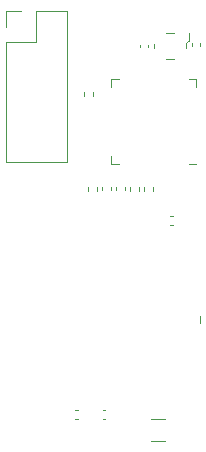
<source format=gto>
G04 #@! TF.GenerationSoftware,KiCad,Pcbnew,7.0.1-3b83917a11~172~ubuntu22.04.1*
G04 #@! TF.CreationDate,2023-04-10T17:36:39+00:00*
G04 #@! TF.ProjectId,ducklace,6475636b-6c61-4636-952e-6b696361645f,rev?*
G04 #@! TF.SameCoordinates,Original*
G04 #@! TF.FileFunction,Legend,Top*
G04 #@! TF.FilePolarity,Positive*
%FSLAX46Y46*%
G04 Gerber Fmt 4.6, Leading zero omitted, Abs format (unit mm)*
G04 Created by KiCad (PCBNEW 7.0.1-3b83917a11~172~ubuntu22.04.1) date 2023-04-10 17:36:39*
%MOMM*%
%LPD*%
G01*
G04 APERTURE LIST*
%ADD10C,0.120000*%
G04 APERTURE END LIST*
D10*
G04 #@! TO.C,R3*
X100780000Y-96112379D02*
X100780000Y-96447621D01*
X100020000Y-96112379D02*
X100020000Y-96447621D01*
G04 #@! TO.C,U1*
X105610000Y-86970000D02*
X105610000Y-87620000D01*
X104960000Y-94190000D02*
X105610000Y-94190000D01*
X104960000Y-86970000D02*
X105610000Y-86970000D01*
X99040000Y-94190000D02*
X98390000Y-94190000D01*
X99040000Y-86970000D02*
X98390000Y-86970000D01*
X98390000Y-94190000D02*
X98390000Y-93540000D01*
X98390000Y-86970000D02*
X98390000Y-87620000D01*
G04 #@! TO.C,J2*
X89470000Y-81225000D02*
X90800000Y-81225000D01*
X89470000Y-82555000D02*
X89470000Y-81225000D01*
X89470000Y-83825000D02*
X89470000Y-94045000D01*
X89470000Y-83825000D02*
X92070000Y-83825000D01*
X89470000Y-94045000D02*
X94670000Y-94045000D01*
X92070000Y-81225000D02*
X94670000Y-81225000D01*
X92070000Y-83825000D02*
X92070000Y-81225000D01*
X94670000Y-81225000D02*
X94670000Y-94045000D01*
G04 #@! TO.C,C3*
X101560000Y-84064165D02*
X101560000Y-84295835D01*
X100840000Y-84064165D02*
X100840000Y-84295835D01*
G04 #@! TO.C,C6*
X98840000Y-96395835D02*
X98840000Y-96164165D01*
X99560000Y-96395835D02*
X99560000Y-96164165D01*
G04 #@! TO.C,C2*
X105240000Y-84195835D02*
X105240000Y-83964165D01*
X105960000Y-84195835D02*
X105960000Y-83964165D01*
G04 #@! TO.C,C4*
X95384165Y-115020000D02*
X95615835Y-115020000D01*
X95384165Y-115740000D02*
X95615835Y-115740000D01*
G04 #@! TO.C,Y1*
X103080000Y-83070000D02*
X103720000Y-83070000D01*
X104960000Y-83800000D02*
X104960000Y-83110000D01*
X102040000Y-84010000D02*
X102040000Y-84350000D01*
X104760000Y-84020000D02*
X104760000Y-84350000D01*
X103080000Y-85290000D02*
X103720000Y-85290000D01*
X104760000Y-84020000D02*
G75*
G03*
X104959999Y-83800000I-120002J310001D01*
G01*
G04 #@! TO.C,C1*
X97915835Y-115740000D02*
X97684165Y-115740000D01*
X97915835Y-115020000D02*
X97684165Y-115020000D01*
G04 #@! TO.C,F1*
X103002064Y-117590000D02*
X101797936Y-117590000D01*
X103002064Y-115770000D02*
X101797936Y-115770000D01*
G04 #@! TO.C,C5*
X103615835Y-99340000D02*
X103384165Y-99340000D01*
X103615835Y-98620000D02*
X103384165Y-98620000D01*
G04 #@! TO.C,R1*
X97180000Y-96132379D02*
X97180000Y-96467621D01*
X96420000Y-96132379D02*
X96420000Y-96467621D01*
G04 #@! TO.C,R5*
X96120000Y-88417621D02*
X96120000Y-88082379D01*
X96880000Y-88417621D02*
X96880000Y-88082379D01*
G04 #@! TO.C,R2*
X101220000Y-96447621D02*
X101220000Y-96112379D01*
X101980000Y-96447621D02*
X101980000Y-96112379D01*
G04 #@! TO.C,C7*
X98360000Y-96164165D02*
X98360000Y-96395835D01*
X97640000Y-96164165D02*
X97640000Y-96395835D01*
G04 #@! TO.C,U4*
X105900000Y-107680000D02*
X105900000Y-107080000D01*
G04 #@! TD*
M02*

</source>
